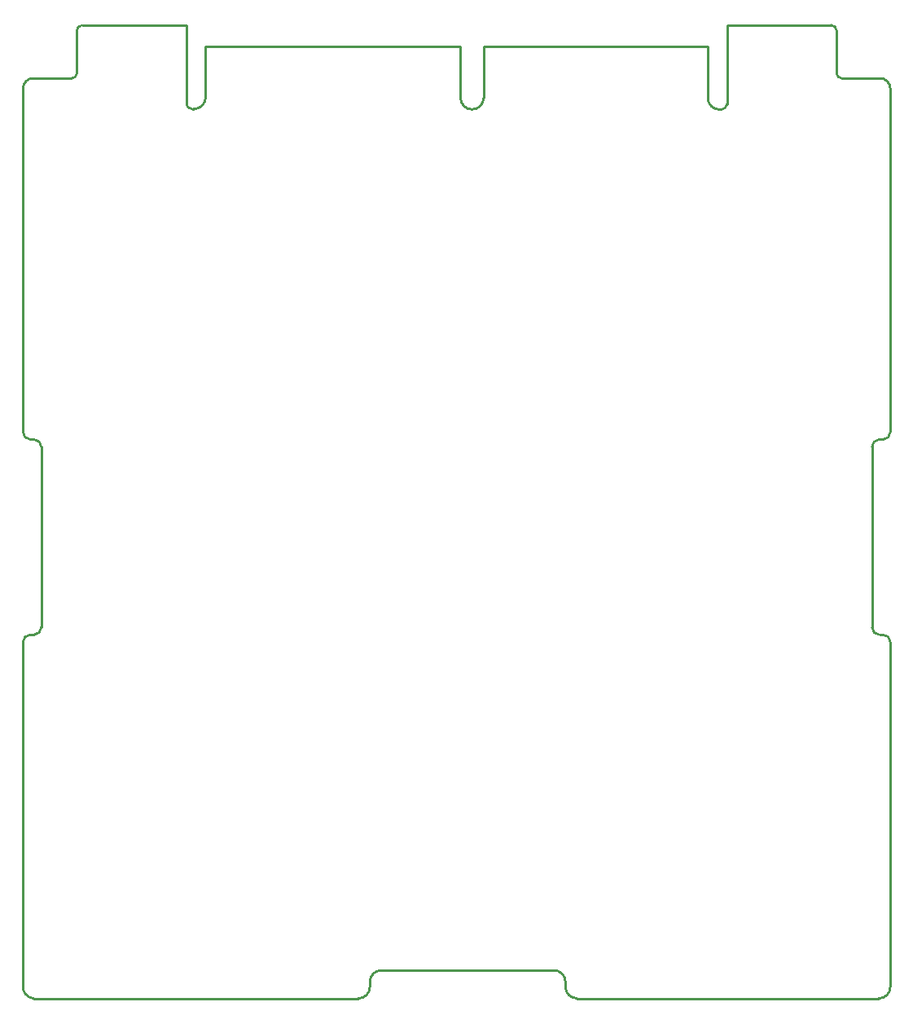
<source format=gm1>
%TF.GenerationSoftware,KiCad,Pcbnew,(6.0.2)*%
%TF.CreationDate,2022-09-07T09:45:00-04:00*%
%TF.ProjectId,batteryboard,62617474-6572-4796-926f-6172642e6b69,rev?*%
%TF.SameCoordinates,Original*%
%TF.FileFunction,Profile,NP*%
%FSLAX46Y46*%
G04 Gerber Fmt 4.6, Leading zero omitted, Abs format (unit mm)*
G04 Created by KiCad (PCBNEW (6.0.2)) date 2022-09-07 09:45:00*
%MOMM*%
%LPD*%
G01*
G04 APERTURE LIST*
%TA.AperFunction,Profile*%
%ADD10C,0.254000*%
%TD*%
G04 APERTURE END LIST*
D10*
X109626402Y-142773398D02*
X109626402Y-142239998D01*
X109626402Y-142773398D02*
G75*
G03*
X110820202Y-143967198I1193800J0D01*
G01*
X64742214Y-42841363D02*
X69442149Y-42841363D01*
X141503402Y-105409998D02*
X141503402Y-86639398D01*
X98722230Y-50379354D02*
G75*
G03*
X101122210Y-50379370I1199990J-17D01*
G01*
X124422232Y-50379371D02*
G75*
G03*
X125622219Y-51579361I1199990J0D01*
G01*
X71022232Y-51529331D02*
G75*
G03*
X72222220Y-50329342I-2J1199990D01*
G01*
X143408402Y-49427575D02*
G75*
G03*
X142305524Y-48324700I-1102878J-3D01*
G01*
X126422213Y-51004361D02*
X126422213Y-44904363D01*
X101122210Y-50379354D02*
X101122210Y-45004363D01*
X98722230Y-50379354D02*
X98722230Y-45004363D01*
X101122220Y-45004353D02*
X124422222Y-45004353D01*
X70222239Y-50954331D02*
X70222239Y-44854333D01*
X124422232Y-50379354D02*
X124422232Y-45004363D01*
X54338847Y-48324697D02*
G75*
G03*
X53238402Y-49425142I0J-1100445D01*
G01*
X125622220Y-51579361D02*
X125847213Y-51579361D01*
X58338847Y-48324697D02*
G75*
G03*
X58822003Y-47841541I0J483156D01*
G01*
X72222220Y-50329323D02*
X72222220Y-45004353D01*
X141503402Y-105409998D02*
G75*
G03*
X142265402Y-106171998I762001J1D01*
G01*
X70797239Y-51529331D02*
X71022232Y-51529331D01*
X72222220Y-45004350D02*
X98722220Y-45004353D01*
X127040060Y-42822678D02*
X127746790Y-42822678D01*
X125847213Y-51579364D02*
G75*
G03*
X126422213Y-51004364I-1J575001D01*
G01*
X53238402Y-85115398D02*
G75*
G03*
X54000402Y-85877398I762001J1D01*
G01*
X59397198Y-42841358D02*
G75*
G03*
X58822186Y-43416370I0J-575012D01*
G01*
X142646402Y-85877398D02*
G75*
G03*
X143408402Y-85115398I-1J762001D01*
G01*
X137822185Y-47841355D02*
X137822185Y-43391372D01*
X54381402Y-106171998D02*
G75*
G03*
X55143402Y-105409998I-1J762001D01*
G01*
X90500202Y-141046198D02*
G75*
G03*
X89306402Y-142239998I0J-1193800D01*
G01*
X53238402Y-85115398D02*
X53238402Y-49425142D01*
X143408402Y-106933998D02*
G75*
G03*
X142646402Y-106171998I-762001J-1D01*
G01*
X55143402Y-86639398D02*
G75*
G03*
X54381402Y-85877398I-762001J-1D01*
G01*
X137822185Y-47841355D02*
G75*
G03*
X138305527Y-48324697I483343J1D01*
G01*
X137822185Y-43391372D02*
G75*
G03*
X137253494Y-42822681I-568692J-1D01*
G01*
X89306402Y-142773398D02*
X89306402Y-142239998D01*
X54338847Y-48324697D02*
X58338847Y-48324697D01*
X70222239Y-50954333D02*
G75*
G03*
X70797239Y-51529333I575001J1D01*
G01*
X143408402Y-85115398D02*
X143408402Y-49427575D01*
X54000402Y-106171998D02*
G75*
G03*
X53238402Y-106933998I1J-762001D01*
G01*
X138305527Y-48324697D02*
X142305524Y-48324697D01*
X58822003Y-47841541D02*
X58822186Y-43416370D01*
X142265402Y-106171998D02*
X142646402Y-106171998D01*
X142214602Y-143967198D02*
G75*
G03*
X143408402Y-142773398I0J1193800D01*
G01*
X109626402Y-142239998D02*
G75*
G03*
X108432602Y-141046198I-1193800J0D01*
G01*
X88112602Y-143967198D02*
G75*
G03*
X89306402Y-142773398I0J1193800D01*
G01*
X142265402Y-85877398D02*
X142646402Y-85877398D01*
X90500202Y-141046198D02*
X108432602Y-141046198D01*
X70222203Y-44854351D02*
X70222203Y-42841370D01*
X126422177Y-44904381D02*
X126422177Y-42822681D01*
X126422177Y-42822681D02*
X127040068Y-42822681D01*
X142265402Y-85877398D02*
G75*
G03*
X141503402Y-86639398I1J-762001D01*
G01*
X59397198Y-42841358D02*
X64742207Y-42841358D01*
X127746790Y-42822678D02*
X137253494Y-42822681D01*
X53238393Y-142697198D02*
X53238402Y-106933998D01*
X69442154Y-42841370D02*
X70222203Y-42841370D01*
X53238402Y-142697198D02*
G75*
G03*
X54356002Y-143967198I1193798J-76201D01*
G01*
X110820202Y-143967198D02*
X142214602Y-143967198D01*
X143408402Y-142773398D02*
X143408402Y-106933998D01*
X54000402Y-106171998D02*
X54381402Y-106171998D01*
X54356002Y-143967195D02*
X88112602Y-143967198D01*
X55143402Y-105409998D02*
X55143402Y-86639398D01*
X54000400Y-85877400D02*
X54381400Y-85877400D01*
M02*

</source>
